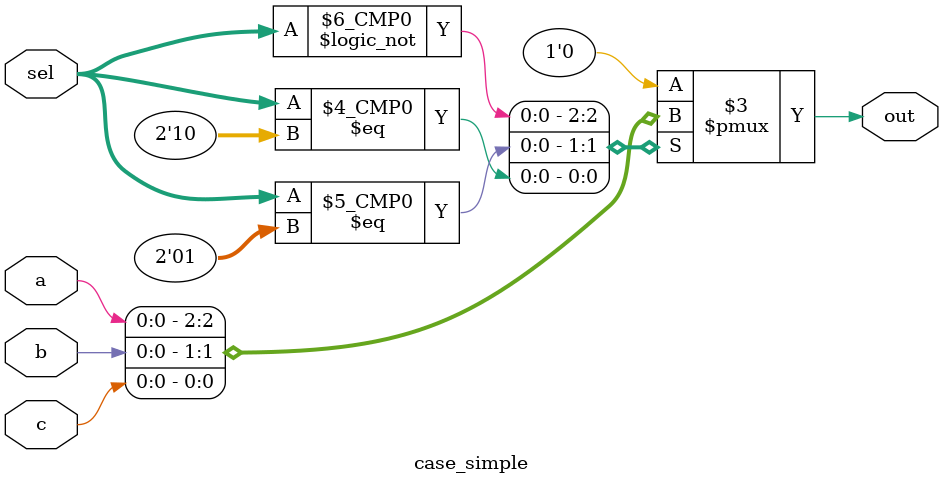
<source format=v>
module case_simple(
    input [1:0] sel,
    input a, b, c,
    output reg out
);

    always @(*) begin
        case (sel)
            2'b00: out = a;
            2'b01: out = b;
            2'b10: out = c;
            default: out = 1'b0;
        endcase
    end

endmodule


</source>
